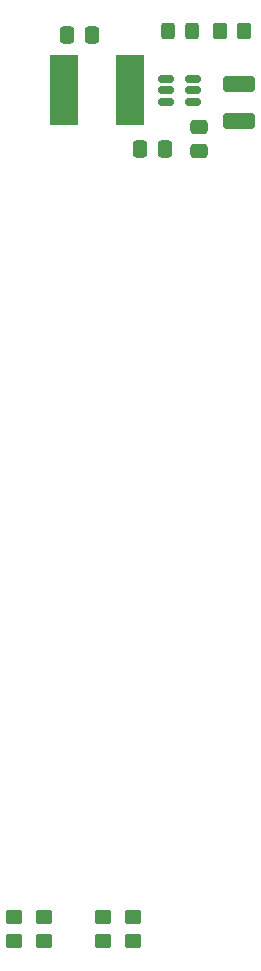
<source format=gbr>
%TF.GenerationSoftware,KiCad,Pcbnew,7.0.7*%
%TF.CreationDate,2024-03-28T21:44:09-04:00*%
%TF.ProjectId,midi-controller_control-board_teensy,6d696469-2d63-46f6-9e74-726f6c6c6572,rev?*%
%TF.SameCoordinates,Original*%
%TF.FileFunction,Paste,Top*%
%TF.FilePolarity,Positive*%
%FSLAX46Y46*%
G04 Gerber Fmt 4.6, Leading zero omitted, Abs format (unit mm)*
G04 Created by KiCad (PCBNEW 7.0.7) date 2024-03-28 21:44:09*
%MOMM*%
%LPD*%
G01*
G04 APERTURE LIST*
G04 Aperture macros list*
%AMRoundRect*
0 Rectangle with rounded corners*
0 $1 Rounding radius*
0 $2 $3 $4 $5 $6 $7 $8 $9 X,Y pos of 4 corners*
0 Add a 4 corners polygon primitive as box body*
4,1,4,$2,$3,$4,$5,$6,$7,$8,$9,$2,$3,0*
0 Add four circle primitives for the rounded corners*
1,1,$1+$1,$2,$3*
1,1,$1+$1,$4,$5*
1,1,$1+$1,$6,$7*
1,1,$1+$1,$8,$9*
0 Add four rect primitives between the rounded corners*
20,1,$1+$1,$2,$3,$4,$5,0*
20,1,$1+$1,$4,$5,$6,$7,0*
20,1,$1+$1,$6,$7,$8,$9,0*
20,1,$1+$1,$8,$9,$2,$3,0*%
G04 Aperture macros list end*
%ADD10RoundRect,0.250000X-0.325000X-0.450000X0.325000X-0.450000X0.325000X0.450000X-0.325000X0.450000X0*%
%ADD11RoundRect,0.250000X0.450000X-0.350000X0.450000X0.350000X-0.450000X0.350000X-0.450000X-0.350000X0*%
%ADD12RoundRect,0.250000X0.350000X0.450000X-0.350000X0.450000X-0.350000X-0.450000X0.350000X-0.450000X0*%
%ADD13RoundRect,0.250000X-1.100000X0.412500X-1.100000X-0.412500X1.100000X-0.412500X1.100000X0.412500X0*%
%ADD14RoundRect,0.250000X0.337500X0.475000X-0.337500X0.475000X-0.337500X-0.475000X0.337500X-0.475000X0*%
%ADD15RoundRect,0.150000X0.512500X0.150000X-0.512500X0.150000X-0.512500X-0.150000X0.512500X-0.150000X0*%
%ADD16R,2.450000X5.900000*%
%ADD17RoundRect,0.250000X0.475000X-0.337500X0.475000X0.337500X-0.475000X0.337500X-0.475000X-0.337500X0*%
G04 APERTURE END LIST*
D10*
%TO.C,D1*%
X87975000Y-47000000D03*
X90025000Y-47000000D03*
%TD*%
D11*
%TO.C,R3*%
X82500000Y-123999999D03*
X82500000Y-121999999D03*
%TD*%
D12*
%TO.C,R5*%
X94400000Y-47000000D03*
X92400000Y-47000000D03*
%TD*%
D13*
%TO.C,C1*%
X94000000Y-51437500D03*
X94000000Y-54562500D03*
%TD*%
D11*
%TO.C,R2*%
X77500000Y-123999999D03*
X77500000Y-121999999D03*
%TD*%
%TO.C,R1*%
X75000000Y-123999999D03*
X75000000Y-121999999D03*
%TD*%
D14*
%TO.C,C2*%
X87737500Y-57000000D03*
X85662500Y-57000000D03*
%TD*%
D11*
%TO.C,R4*%
X85000000Y-123999999D03*
X85000000Y-121999999D03*
%TD*%
D14*
%TO.C,C4*%
X81537500Y-47300000D03*
X79462500Y-47300000D03*
%TD*%
D15*
%TO.C,U1*%
X90137500Y-52950000D03*
X90137500Y-52000000D03*
X90137500Y-51050000D03*
X87862500Y-51050000D03*
X87862500Y-52000000D03*
X87862500Y-52950000D03*
%TD*%
D16*
%TO.C,L1*%
X84775000Y-52000000D03*
X79225000Y-52000000D03*
%TD*%
D17*
%TO.C,C3*%
X90600000Y-57137500D03*
X90600000Y-55062500D03*
%TD*%
M02*

</source>
